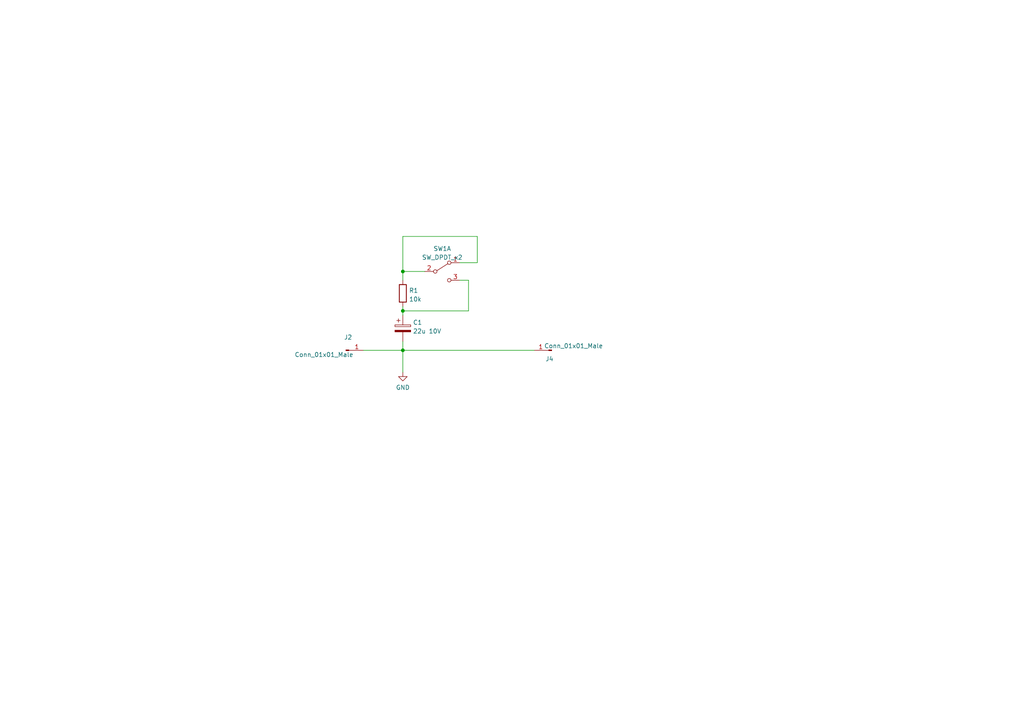
<source format=kicad_sch>
(kicad_sch (version 20211123) (generator eeschema)
  (paper "A4")
  (lib_symbols
    (symbol "Connector:Conn_01x01_Male" (pin_names (offset 1.016) hide)
      (property "Reference" "J" (at 0 2.54 0))
      (property "Value" "Conn_01x01_Male" (at 0 -2.54 0))
      (symbol "Conn_01x01_Male_1_1"
        (polyline (pts (xy 1.27 0) (xy 0.8636 0)) (stroke (width 0.1524)))
        (rectangle (start 0.8636 0.127) (end 0 -0.127) (stroke (width 0.1524)) (fill (type outline)))
        (pin passive line (at 5.08 0 180) (length 3.81) (name "Pin_1") (number "1"))
      )
    )
    (symbol "Device:C_Polarized" (pin_numbers hide) (pin_names (offset 0.254))
      (property "Reference" "C" (at 0.635 2.54 0))
      (property "Value" "C_Polarized" (at 0.635 -2.54 0))
      (symbol "C_Polarized_0_1"
        (rectangle (start -2.286 0.508) (end 2.286 1.016))
        (polyline (pts (xy -1.778 2.286) (xy -0.762 2.286)))
        (polyline (pts (xy -1.27 2.794) (xy -1.27 1.778)))
        (rectangle (start 2.286 -0.508) (end -2.286 -1.016) (fill (type outline)))
      )
      (symbol "C_Polarized_1_1"
        (pin passive line (at 0 3.81 270) (length 2.794) (name "~") (number "1"))
        (pin passive line (at 0 -3.81 90) (length 2.794) (name "~") (number "2"))
      )
    )
    (symbol "Device:R" (pin_numbers hide) (pin_names (offset 0))
      (property "Reference" "R" (at 2.032 0 90))
      (property "Value" "R" (at 0 0 90))
      (symbol "R_0_1"
        (rectangle (start -1.016 -2.54) (end 1.016 2.54) (stroke (width 0.254)))
      )
      (symbol "R_1_1"
        (pin passive line (at 0 3.81 270) (length 1.27) (name "~") (number "1"))
        (pin passive line (at 0 -3.81 90) (length 1.27) (name "~") (number "2"))
      )
    )
    (symbol "Switch:SW_DPDT_x2" (pin_names (offset 0) hide)
      (property "Reference" "SW" (at 0 4.318 0))
      (property "Value" "SW_DPDT_x2" (at 0 -5.08 0))
      (symbol "SW_DPDT_x2_0_0"
        (circle (center -2.032 0) (radius 0.508))
        (circle (center 2.032 -2.54) (radius 0.508))
      )
      (symbol "SW_DPDT_x2_0_1"
        (polyline (pts (xy -1.524 0.254) (xy 1.651 2.286)))
        (circle (center 2.032 2.54) (radius 0.508))
      )
      (symbol "SW_DPDT_x2_1_1"
        (pin passive line (at 5.08 2.54 180) (length 2.54) (name "A") (number "1"))
        (pin passive line (at -5.08 0 0) (length 2.54) (name "B") (number "2"))
        (pin passive line (at 5.08 -2.54 180) (length 2.54) (name "C") (number "3"))
      )
      (symbol "SW_DPDT_x2_2_1"
        (pin passive line (at 5.08 2.54 180) (length 2.54) (name "A") (number "4"))
        (pin passive line (at -5.08 0 0) (length 2.54) (name "B") (number "5"))
        (pin passive line (at 5.08 -2.54 180) (length 2.54) (name "C") (number "6"))
      )
    )
    (symbol "power:GND" (power) (pin_names (offset 0))
      (property "Value" "GND" (at 0 -3.81 0))
      (symbol "GND_0_1"
        (polyline (pts (xy 0 0) (xy 0 -1.27) (xy 1.27 -1.27) (xy 0 -2.54) (xy -1.27 -1.27) (xy 0 -1.27)))
      )
      (symbol "GND_1_1"
        (pin power_in line (at 0 0 270) (length 0) hide (name "GND") (number "1"))
      )
    )
  )
  (junction (at 116.84 101.6))
  (junction (at 116.84 90.17))
  (junction (at 116.84 78.74))
  (wire (pts (xy 116.84 88.9) (xy 116.84 90.17)))
  (wire (pts (xy 116.84 90.17) (xy 116.84 91.44)))
  (wire (pts (xy 116.84 90.17) (xy 135.89 90.17)))
  (wire (pts (xy 116.84 101.6) (xy 154.94 101.6)))
  (wire (pts (xy 135.89 90.17) (xy 135.89 81.28)))
  (wire (pts (xy 133.35 76.2) (xy 138.43 76.2)))
  (wire (pts (xy 138.43 76.2) (xy 138.43 68.58)))
  (wire (pts (xy 123.19 78.74) (xy 116.84 78.74)))
  (wire (pts (xy 138.43 68.58) (xy 116.84 68.58)))
  (wire (pts (xy 116.84 68.58) (xy 116.84 78.74)))
  (wire (pts (xy 105.41 101.6) (xy 116.84 101.6)))
  (wire (pts (xy 116.84 101.6) (xy 116.84 107.95)))
  (wire (pts (xy 135.89 81.28) (xy 133.35 81.28)))
  (wire (pts (xy 116.84 101.6) (xy 116.84 99.06)))
  (wire (pts (xy 116.84 78.74) (xy 116.84 81.28)))
  (symbol (lib_id "Device:R") (at 116.84 85.09 0) (unit 1)
    (property "Reference" "R1" (at 118.618 84.2553 0) (effects (justify left)))
    (property "Value" "10k" (at 118.618 86.7922 0) (effects (justify left)))
    (property "Footprint" "Resistor_SMD:R_MiniMELF_MMA-0204" (effects hide))
  )
  (symbol (lib_id "Connector:Conn_01x01_Male") (at 100.33 101.6 0) (unit 1)
    (property "Reference" "J2" (at 100.965 97.824 0))
    (property "Value" "Conn_01x01_Male" (at 93.98 102.87 0))
    (property "Footprint" "MountingHole:MountingHole_2.7mm_Pad_Via" (effects hide))
  )
  (symbol (lib_id "Device:C_Polarized") (at 116.84 95.25 0) (unit 1)
    (property "Reference" "C1" (at 119.761 93.5263 0) (effects (justify left)))
    (property "Value" "22u 10V" (at 119.761 96.0632 0) (effects (justify left)))
    (property "Footprint" "Capacitor_Tantalum_SMD:CP_EIA-6032-15_Kemet-U" (effects hide))
  )
  (symbol (lib_id "power:GND") (at 116.84 107.95 0) (unit 1)
    (property "Reference" "#PWR0101" (effects hide))
    (property "Value" "GND" (at 116.84 112.3934 0))
  )
  (symbol (lib_id "Switch:SW_DPDT_x2") (at 128.27 78.74 0) (unit 1)
    (property "Reference" "SW1" (at 128.27 72.1192 0))
    (property "Value" "SW_DPDT_x2" (at 128.27 74.6561 0))
    (property "Footprint" "lavalier_switch:MFP 1220" (effects hide))
  )
  (symbol (lib_id "Connector:Conn_01x01_Male") (at 160.02 101.6 180) (unit 1)
    (property "Reference" "J4" (at 159.385 104.106 0))
    (property "Value" "Conn_01x01_Male" (at 166.37 100.33 0))
    (property "Footprint" "MountingHole:MountingHole_2.7mm_Pad_Via" (effects hide))
  )
)
</source>
